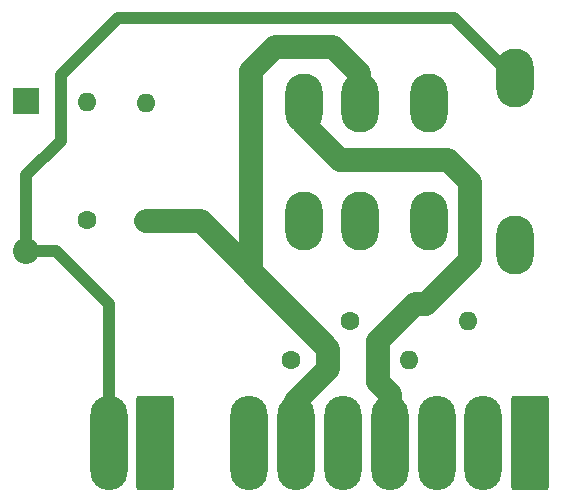
<source format=gtl>
%TF.GenerationSoftware,KiCad,Pcbnew,7.0.10-7.0.10~ubuntu22.04.1*%
%TF.CreationDate,2024-01-16T19:58:32-05:00*%
%TF.ProjectId,sys11-c11998-relay,73797331-312d-4633-9131-3939382d7265,1.0*%
%TF.SameCoordinates,Original*%
%TF.FileFunction,Copper,L1,Top*%
%TF.FilePolarity,Positive*%
%FSLAX46Y46*%
G04 Gerber Fmt 4.6, Leading zero omitted, Abs format (unit mm)*
G04 Created by KiCad (PCBNEW 7.0.10-7.0.10~ubuntu22.04.1) date 2024-01-16 19:58:32*
%MOMM*%
%LPD*%
G01*
G04 APERTURE LIST*
G04 Aperture macros list*
%AMRoundRect*
0 Rectangle with rounded corners*
0 $1 Rounding radius*
0 $2 $3 $4 $5 $6 $7 $8 $9 X,Y pos of 4 corners*
0 Add a 4 corners polygon primitive as box body*
4,1,4,$2,$3,$4,$5,$6,$7,$8,$9,$2,$3,0*
0 Add four circle primitives for the rounded corners*
1,1,$1+$1,$2,$3*
1,1,$1+$1,$4,$5*
1,1,$1+$1,$6,$7*
1,1,$1+$1,$8,$9*
0 Add four rect primitives between the rounded corners*
20,1,$1+$1,$2,$3,$4,$5,0*
20,1,$1+$1,$4,$5,$6,$7,0*
20,1,$1+$1,$6,$7,$8,$9,0*
20,1,$1+$1,$8,$9,$2,$3,0*%
G04 Aperture macros list end*
%TA.AperFunction,ComponentPad*%
%ADD10C,1.600000*%
%TD*%
%TA.AperFunction,ComponentPad*%
%ADD11O,1.600000X1.600000*%
%TD*%
%TA.AperFunction,ComponentPad*%
%ADD12O,3.160000X5.000000*%
%TD*%
%TA.AperFunction,ComponentPad*%
%ADD13RoundRect,0.250000X1.330000X3.750000X-1.330000X3.750000X-1.330000X-3.750000X1.330000X-3.750000X0*%
%TD*%
%TA.AperFunction,ComponentPad*%
%ADD14O,3.160000X8.000000*%
%TD*%
%TA.AperFunction,ComponentPad*%
%ADD15R,2.200000X2.200000*%
%TD*%
%TA.AperFunction,ComponentPad*%
%ADD16O,2.200000X2.200000*%
%TD*%
%TA.AperFunction,Conductor*%
%ADD17C,2.000000*%
%TD*%
%TA.AperFunction,Conductor*%
%ADD18C,1.000000*%
%TD*%
G04 APERTURE END LIST*
D10*
%TO.P,C2,1*%
%TO.N,Net-(J2-Pin_6)*%
X114935000Y-124587000D03*
D11*
%TO.P,C2,2*%
%TO.N,Net-(J2-Pin_1)*%
X114935000Y-114587000D03*
%TD*%
D12*
%TO.P,RLY1,1,1*%
%TO.N,Net-(J2-Pin_5)*%
X128295400Y-124561600D03*
%TO.P,RLY1,2,2*%
%TO.N,Net-(J2-Pin_4)*%
X128295400Y-114554000D03*
%TO.P,RLY1,3,3*%
%TO.N,Net-(J2-Pin_7)*%
X132994400Y-124561600D03*
%TO.P,RLY1,4,4*%
%TO.N,Net-(J2-Pin_6)*%
X132994400Y-114554000D03*
%TO.P,RLY1,5,5*%
%TO.N,Net-(J2-Pin_2)*%
X138887200Y-124561600D03*
%TO.P,RLY1,6,6*%
%TO.N,Net-(J2-Pin_1)*%
X138887200Y-114554000D03*
%TO.P,RLY1,7,A*%
%TO.N,Net-(D1-K)*%
X146126200Y-126657100D03*
%TO.P,RLY1,8,B*%
%TO.N,Net-(D1-A)*%
X146126200Y-112458500D03*
%TD*%
D13*
%TO.P,J1,1,Pin_1*%
%TO.N,Net-(D1-K)*%
X115695800Y-143361200D03*
D14*
%TO.P,J1,2,Pin_2*%
%TO.N,Net-(D1-A)*%
X111735800Y-143361200D03*
%TD*%
D15*
%TO.P,D1,1,K*%
%TO.N,Net-(D1-K)*%
X104775000Y-114427000D03*
D16*
%TO.P,D1,2,A*%
%TO.N,Net-(D1-A)*%
X104775000Y-127127000D03*
%TD*%
D13*
%TO.P,J2,1,Pin_1*%
%TO.N,Net-(J2-Pin_1)*%
X147419200Y-143357600D03*
D14*
%TO.P,J2,2,Pin_2*%
%TO.N,Net-(J2-Pin_2)*%
X143459200Y-143357600D03*
%TO.P,J2,3,Pin_3*%
%TO.N,unconnected-(J2-Pin_3-Pad3)*%
X139499200Y-143357600D03*
%TO.P,J2,4,Pin_4*%
%TO.N,Net-(J2-Pin_4)*%
X135539200Y-143357600D03*
%TO.P,J2,5,Pin_5*%
%TO.N,Net-(J2-Pin_5)*%
X131579200Y-143357600D03*
%TO.P,J2,6,Pin_6*%
%TO.N,Net-(J2-Pin_6)*%
X127619200Y-143357600D03*
%TO.P,J2,7,Pin_7*%
%TO.N,Net-(J2-Pin_7)*%
X123659200Y-143357600D03*
%TD*%
D10*
%TO.P,C1,1*%
%TO.N,Net-(J2-Pin_4)*%
X109935000Y-124507000D03*
D11*
%TO.P,C1,2*%
%TO.N,Net-(J2-Pin_1)*%
X109935000Y-114507000D03*
%TD*%
D10*
%TO.P,C4,1*%
%TO.N,Net-(J2-Pin_5)*%
X132163800Y-133019800D03*
D11*
%TO.P,C4,2*%
%TO.N,Net-(J2-Pin_2)*%
X142163800Y-133019800D03*
%TD*%
D10*
%TO.P,C3,1*%
%TO.N,Net-(J2-Pin_7)*%
X127160000Y-136372600D03*
D11*
%TO.P,C3,2*%
%TO.N,Net-(J2-Pin_2)*%
X137160000Y-136372600D03*
%TD*%
D17*
%TO.N,Net-(J2-Pin_4)*%
X137668000Y-131572000D02*
X138607800Y-131572000D01*
X142316200Y-127863600D02*
X142316200Y-121259600D01*
X134518400Y-138237800D02*
X134518400Y-134721600D01*
X128244600Y-116332000D02*
X128244600Y-114541300D01*
X134518400Y-134721600D02*
X137668000Y-131572000D01*
X140436600Y-119380000D02*
X131292600Y-119380000D01*
X131292600Y-119380000D02*
X128244600Y-116332000D01*
X135541600Y-139261000D02*
X134518400Y-138237800D01*
X135541600Y-143586200D02*
X135541600Y-139261000D01*
X142316200Y-121259600D02*
X140436600Y-119380000D01*
X138607800Y-131572000D02*
X142316200Y-127863600D01*
%TO.N,Net-(J2-Pin_6)*%
X125831600Y-109855000D02*
X130733800Y-109855000D01*
X119532400Y-124587000D02*
X123774200Y-128828800D01*
X130352800Y-137083800D02*
X130352800Y-135407400D01*
X127621600Y-143586200D02*
X127621600Y-139815000D01*
X123774200Y-111912400D02*
X125831600Y-109855000D01*
X127621600Y-139815000D02*
X130352800Y-137083800D01*
X114935000Y-124587000D02*
X119532400Y-124587000D01*
X123774200Y-128828800D02*
X123774200Y-111912400D01*
X130733800Y-109855000D02*
X132943600Y-112064800D01*
X130352800Y-135407400D02*
X123774200Y-128828800D01*
X132943600Y-112064800D02*
X132943600Y-114541300D01*
D18*
%TO.N,Net-(D1-A)*%
X107670600Y-112191800D02*
X112496600Y-107365800D01*
X112496600Y-107365800D02*
X140995400Y-107365800D01*
X104775000Y-127127000D02*
X104775000Y-120700800D01*
X140995400Y-107365800D02*
X146075400Y-112445800D01*
X111767600Y-143586200D02*
X111767600Y-131579600D01*
X104775000Y-127127000D02*
X107315000Y-127127000D01*
X107670600Y-117805200D02*
X107670600Y-112191800D01*
X104775000Y-120700800D02*
X107670600Y-117805200D01*
X107315000Y-127127000D02*
X111767600Y-131579600D01*
%TD*%
M02*

</source>
